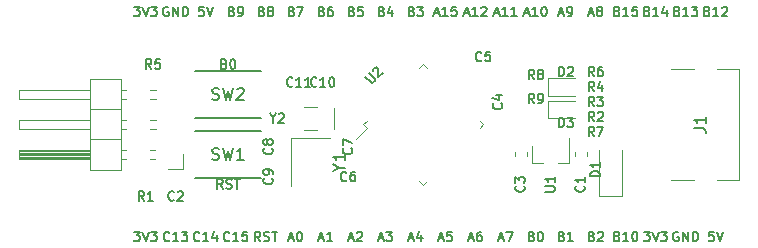
<source format=gbr>
G04 #@! TF.GenerationSoftware,KiCad,Pcbnew,5.1.9+dfsg1-1*
G04 #@! TF.CreationDate,2021-04-10T19:21:44+08:00*
G04 #@! TF.ProjectId,gp,67702e6b-6963-4616-945f-706362585858,c*
G04 #@! TF.SameCoordinates,Original*
G04 #@! TF.FileFunction,Legend,Top*
G04 #@! TF.FilePolarity,Positive*
%FSLAX46Y46*%
G04 Gerber Fmt 4.6, Leading zero omitted, Abs format (unit mm)*
G04 Created by KiCad (PCBNEW 5.1.9+dfsg1-1) date 2021-04-10 19:21:44*
%MOMM*%
%LPD*%
G01*
G04 APERTURE LIST*
%ADD10C,0.150000*%
%ADD11C,0.120000*%
G04 APERTURE END LIST*
D10*
X160216904Y-107041904D02*
X159950238Y-106660952D01*
X159759761Y-107041904D02*
X159759761Y-106241904D01*
X160064523Y-106241904D01*
X160140714Y-106280000D01*
X160178809Y-106318095D01*
X160216904Y-106394285D01*
X160216904Y-106508571D01*
X160178809Y-106584761D01*
X160140714Y-106622857D01*
X160064523Y-106660952D01*
X159759761Y-106660952D01*
X160521666Y-107003809D02*
X160635952Y-107041904D01*
X160826428Y-107041904D01*
X160902619Y-107003809D01*
X160940714Y-106965714D01*
X160978809Y-106889523D01*
X160978809Y-106813333D01*
X160940714Y-106737142D01*
X160902619Y-106699047D01*
X160826428Y-106660952D01*
X160674047Y-106622857D01*
X160597857Y-106584761D01*
X160559761Y-106546666D01*
X160521666Y-106470476D01*
X160521666Y-106394285D01*
X160559761Y-106318095D01*
X160597857Y-106280000D01*
X160674047Y-106241904D01*
X160864523Y-106241904D01*
X160978809Y-106280000D01*
X161207380Y-106241904D02*
X161664523Y-106241904D01*
X161435952Y-107041904D02*
X161435952Y-106241904D01*
X160331190Y-96462857D02*
X160445476Y-96500952D01*
X160483571Y-96539047D01*
X160521666Y-96615238D01*
X160521666Y-96729523D01*
X160483571Y-96805714D01*
X160445476Y-96843809D01*
X160369285Y-96881904D01*
X160064523Y-96881904D01*
X160064523Y-96081904D01*
X160331190Y-96081904D01*
X160407380Y-96120000D01*
X160445476Y-96158095D01*
X160483571Y-96234285D01*
X160483571Y-96310476D01*
X160445476Y-96386666D01*
X160407380Y-96424761D01*
X160331190Y-96462857D01*
X160064523Y-96462857D01*
X161016904Y-96081904D02*
X161093095Y-96081904D01*
X161169285Y-96120000D01*
X161207380Y-96158095D01*
X161245476Y-96234285D01*
X161283571Y-96386666D01*
X161283571Y-96577142D01*
X161245476Y-96729523D01*
X161207380Y-96805714D01*
X161169285Y-96843809D01*
X161093095Y-96881904D01*
X161016904Y-96881904D01*
X160940714Y-96843809D01*
X160902619Y-96805714D01*
X160864523Y-96729523D01*
X160826428Y-96577142D01*
X160826428Y-96386666D01*
X160864523Y-96234285D01*
X160902619Y-96158095D01*
X160940714Y-96120000D01*
X161016904Y-96081904D01*
X152679523Y-91636904D02*
X153174761Y-91636904D01*
X152908095Y-91941666D01*
X153022380Y-91941666D01*
X153098571Y-91979761D01*
X153136666Y-92017857D01*
X153174761Y-92094047D01*
X153174761Y-92284523D01*
X153136666Y-92360714D01*
X153098571Y-92398809D01*
X153022380Y-92436904D01*
X152793809Y-92436904D01*
X152717619Y-92398809D01*
X152679523Y-92360714D01*
X153403333Y-91636904D02*
X153670000Y-92436904D01*
X153936666Y-91636904D01*
X154127142Y-91636904D02*
X154622380Y-91636904D01*
X154355714Y-91941666D01*
X154470000Y-91941666D01*
X154546190Y-91979761D01*
X154584285Y-92017857D01*
X154622380Y-92094047D01*
X154622380Y-92284523D01*
X154584285Y-92360714D01*
X154546190Y-92398809D01*
X154470000Y-92436904D01*
X154241428Y-92436904D01*
X154165238Y-92398809D01*
X154127142Y-92360714D01*
X155600476Y-91675000D02*
X155524285Y-91636904D01*
X155410000Y-91636904D01*
X155295714Y-91675000D01*
X155219523Y-91751190D01*
X155181428Y-91827380D01*
X155143333Y-91979761D01*
X155143333Y-92094047D01*
X155181428Y-92246428D01*
X155219523Y-92322619D01*
X155295714Y-92398809D01*
X155410000Y-92436904D01*
X155486190Y-92436904D01*
X155600476Y-92398809D01*
X155638571Y-92360714D01*
X155638571Y-92094047D01*
X155486190Y-92094047D01*
X155981428Y-92436904D02*
X155981428Y-91636904D01*
X156438571Y-92436904D01*
X156438571Y-91636904D01*
X156819523Y-92436904D02*
X156819523Y-91636904D01*
X157010000Y-91636904D01*
X157124285Y-91675000D01*
X157200476Y-91751190D01*
X157238571Y-91827380D01*
X157276666Y-91979761D01*
X157276666Y-92094047D01*
X157238571Y-92246428D01*
X157200476Y-92322619D01*
X157124285Y-92398809D01*
X157010000Y-92436904D01*
X156819523Y-92436904D01*
X158597619Y-91636904D02*
X158216666Y-91636904D01*
X158178571Y-92017857D01*
X158216666Y-91979761D01*
X158292857Y-91941666D01*
X158483333Y-91941666D01*
X158559523Y-91979761D01*
X158597619Y-92017857D01*
X158635714Y-92094047D01*
X158635714Y-92284523D01*
X158597619Y-92360714D01*
X158559523Y-92398809D01*
X158483333Y-92436904D01*
X158292857Y-92436904D01*
X158216666Y-92398809D01*
X158178571Y-92360714D01*
X158864285Y-91636904D02*
X159130952Y-92436904D01*
X159397619Y-91636904D01*
X198780476Y-110725000D02*
X198704285Y-110686904D01*
X198590000Y-110686904D01*
X198475714Y-110725000D01*
X198399523Y-110801190D01*
X198361428Y-110877380D01*
X198323333Y-111029761D01*
X198323333Y-111144047D01*
X198361428Y-111296428D01*
X198399523Y-111372619D01*
X198475714Y-111448809D01*
X198590000Y-111486904D01*
X198666190Y-111486904D01*
X198780476Y-111448809D01*
X198818571Y-111410714D01*
X198818571Y-111144047D01*
X198666190Y-111144047D01*
X199161428Y-111486904D02*
X199161428Y-110686904D01*
X199618571Y-111486904D01*
X199618571Y-110686904D01*
X199999523Y-111486904D02*
X199999523Y-110686904D01*
X200190000Y-110686904D01*
X200304285Y-110725000D01*
X200380476Y-110801190D01*
X200418571Y-110877380D01*
X200456666Y-111029761D01*
X200456666Y-111144047D01*
X200418571Y-111296428D01*
X200380476Y-111372619D01*
X200304285Y-111448809D01*
X200190000Y-111486904D01*
X199999523Y-111486904D01*
X201777619Y-110686904D02*
X201396666Y-110686904D01*
X201358571Y-111067857D01*
X201396666Y-111029761D01*
X201472857Y-110991666D01*
X201663333Y-110991666D01*
X201739523Y-111029761D01*
X201777619Y-111067857D01*
X201815714Y-111144047D01*
X201815714Y-111334523D01*
X201777619Y-111410714D01*
X201739523Y-111448809D01*
X201663333Y-111486904D01*
X201472857Y-111486904D01*
X201396666Y-111448809D01*
X201358571Y-111410714D01*
X202044285Y-110686904D02*
X202310952Y-111486904D01*
X202577619Y-110686904D01*
X195859523Y-110686904D02*
X196354761Y-110686904D01*
X196088095Y-110991666D01*
X196202380Y-110991666D01*
X196278571Y-111029761D01*
X196316666Y-111067857D01*
X196354761Y-111144047D01*
X196354761Y-111334523D01*
X196316666Y-111410714D01*
X196278571Y-111448809D01*
X196202380Y-111486904D01*
X195973809Y-111486904D01*
X195897619Y-111448809D01*
X195859523Y-111410714D01*
X196583333Y-110686904D02*
X196850000Y-111486904D01*
X197116666Y-110686904D01*
X197307142Y-110686904D02*
X197802380Y-110686904D01*
X197535714Y-110991666D01*
X197650000Y-110991666D01*
X197726190Y-111029761D01*
X197764285Y-111067857D01*
X197802380Y-111144047D01*
X197802380Y-111334523D01*
X197764285Y-111410714D01*
X197726190Y-111448809D01*
X197650000Y-111486904D01*
X197421428Y-111486904D01*
X197345238Y-111448809D01*
X197307142Y-111410714D01*
X163391904Y-111486904D02*
X163125238Y-111105952D01*
X162934761Y-111486904D02*
X162934761Y-110686904D01*
X163239523Y-110686904D01*
X163315714Y-110725000D01*
X163353809Y-110763095D01*
X163391904Y-110839285D01*
X163391904Y-110953571D01*
X163353809Y-111029761D01*
X163315714Y-111067857D01*
X163239523Y-111105952D01*
X162934761Y-111105952D01*
X163696666Y-111448809D02*
X163810952Y-111486904D01*
X164001428Y-111486904D01*
X164077619Y-111448809D01*
X164115714Y-111410714D01*
X164153809Y-111334523D01*
X164153809Y-111258333D01*
X164115714Y-111182142D01*
X164077619Y-111144047D01*
X164001428Y-111105952D01*
X163849047Y-111067857D01*
X163772857Y-111029761D01*
X163734761Y-110991666D01*
X163696666Y-110915476D01*
X163696666Y-110839285D01*
X163734761Y-110763095D01*
X163772857Y-110725000D01*
X163849047Y-110686904D01*
X164039523Y-110686904D01*
X164153809Y-110725000D01*
X164382380Y-110686904D02*
X164839523Y-110686904D01*
X164610952Y-111486904D02*
X164610952Y-110686904D01*
X193605238Y-111067857D02*
X193719523Y-111105952D01*
X193757619Y-111144047D01*
X193795714Y-111220238D01*
X193795714Y-111334523D01*
X193757619Y-111410714D01*
X193719523Y-111448809D01*
X193643333Y-111486904D01*
X193338571Y-111486904D01*
X193338571Y-110686904D01*
X193605238Y-110686904D01*
X193681428Y-110725000D01*
X193719523Y-110763095D01*
X193757619Y-110839285D01*
X193757619Y-110915476D01*
X193719523Y-110991666D01*
X193681428Y-111029761D01*
X193605238Y-111067857D01*
X193338571Y-111067857D01*
X194557619Y-111486904D02*
X194100476Y-111486904D01*
X194329047Y-111486904D02*
X194329047Y-110686904D01*
X194252857Y-110801190D01*
X194176666Y-110877380D01*
X194100476Y-110915476D01*
X195052857Y-110686904D02*
X195129047Y-110686904D01*
X195205238Y-110725000D01*
X195243333Y-110763095D01*
X195281428Y-110839285D01*
X195319523Y-110991666D01*
X195319523Y-111182142D01*
X195281428Y-111334523D01*
X195243333Y-111410714D01*
X195205238Y-111448809D01*
X195129047Y-111486904D01*
X195052857Y-111486904D01*
X194976666Y-111448809D01*
X194938571Y-111410714D01*
X194900476Y-111334523D01*
X194862380Y-111182142D01*
X194862380Y-110991666D01*
X194900476Y-110839285D01*
X194938571Y-110763095D01*
X194976666Y-110725000D01*
X195052857Y-110686904D01*
X191446190Y-111067857D02*
X191560476Y-111105952D01*
X191598571Y-111144047D01*
X191636666Y-111220238D01*
X191636666Y-111334523D01*
X191598571Y-111410714D01*
X191560476Y-111448809D01*
X191484285Y-111486904D01*
X191179523Y-111486904D01*
X191179523Y-110686904D01*
X191446190Y-110686904D01*
X191522380Y-110725000D01*
X191560476Y-110763095D01*
X191598571Y-110839285D01*
X191598571Y-110915476D01*
X191560476Y-110991666D01*
X191522380Y-111029761D01*
X191446190Y-111067857D01*
X191179523Y-111067857D01*
X191941428Y-110763095D02*
X191979523Y-110725000D01*
X192055714Y-110686904D01*
X192246190Y-110686904D01*
X192322380Y-110725000D01*
X192360476Y-110763095D01*
X192398571Y-110839285D01*
X192398571Y-110915476D01*
X192360476Y-111029761D01*
X191903333Y-111486904D01*
X192398571Y-111486904D01*
X188906190Y-111067857D02*
X189020476Y-111105952D01*
X189058571Y-111144047D01*
X189096666Y-111220238D01*
X189096666Y-111334523D01*
X189058571Y-111410714D01*
X189020476Y-111448809D01*
X188944285Y-111486904D01*
X188639523Y-111486904D01*
X188639523Y-110686904D01*
X188906190Y-110686904D01*
X188982380Y-110725000D01*
X189020476Y-110763095D01*
X189058571Y-110839285D01*
X189058571Y-110915476D01*
X189020476Y-110991666D01*
X188982380Y-111029761D01*
X188906190Y-111067857D01*
X188639523Y-111067857D01*
X189858571Y-111486904D02*
X189401428Y-111486904D01*
X189630000Y-111486904D02*
X189630000Y-110686904D01*
X189553809Y-110801190D01*
X189477619Y-110877380D01*
X189401428Y-110915476D01*
X186366190Y-111067857D02*
X186480476Y-111105952D01*
X186518571Y-111144047D01*
X186556666Y-111220238D01*
X186556666Y-111334523D01*
X186518571Y-111410714D01*
X186480476Y-111448809D01*
X186404285Y-111486904D01*
X186099523Y-111486904D01*
X186099523Y-110686904D01*
X186366190Y-110686904D01*
X186442380Y-110725000D01*
X186480476Y-110763095D01*
X186518571Y-110839285D01*
X186518571Y-110915476D01*
X186480476Y-110991666D01*
X186442380Y-111029761D01*
X186366190Y-111067857D01*
X186099523Y-111067857D01*
X187051904Y-110686904D02*
X187128095Y-110686904D01*
X187204285Y-110725000D01*
X187242380Y-110763095D01*
X187280476Y-110839285D01*
X187318571Y-110991666D01*
X187318571Y-111182142D01*
X187280476Y-111334523D01*
X187242380Y-111410714D01*
X187204285Y-111448809D01*
X187128095Y-111486904D01*
X187051904Y-111486904D01*
X186975714Y-111448809D01*
X186937619Y-111410714D01*
X186899523Y-111334523D01*
X186861428Y-111182142D01*
X186861428Y-110991666D01*
X186899523Y-110839285D01*
X186937619Y-110763095D01*
X186975714Y-110725000D01*
X187051904Y-110686904D01*
X183578571Y-111258333D02*
X183959523Y-111258333D01*
X183502380Y-111486904D02*
X183769047Y-110686904D01*
X184035714Y-111486904D01*
X184226190Y-110686904D02*
X184759523Y-110686904D01*
X184416666Y-111486904D01*
X181038571Y-111258333D02*
X181419523Y-111258333D01*
X180962380Y-111486904D02*
X181229047Y-110686904D01*
X181495714Y-111486904D01*
X182105238Y-110686904D02*
X181952857Y-110686904D01*
X181876666Y-110725000D01*
X181838571Y-110763095D01*
X181762380Y-110877380D01*
X181724285Y-111029761D01*
X181724285Y-111334523D01*
X181762380Y-111410714D01*
X181800476Y-111448809D01*
X181876666Y-111486904D01*
X182029047Y-111486904D01*
X182105238Y-111448809D01*
X182143333Y-111410714D01*
X182181428Y-111334523D01*
X182181428Y-111144047D01*
X182143333Y-111067857D01*
X182105238Y-111029761D01*
X182029047Y-110991666D01*
X181876666Y-110991666D01*
X181800476Y-111029761D01*
X181762380Y-111067857D01*
X181724285Y-111144047D01*
X178498571Y-111258333D02*
X178879523Y-111258333D01*
X178422380Y-111486904D02*
X178689047Y-110686904D01*
X178955714Y-111486904D01*
X179603333Y-110686904D02*
X179222380Y-110686904D01*
X179184285Y-111067857D01*
X179222380Y-111029761D01*
X179298571Y-110991666D01*
X179489047Y-110991666D01*
X179565238Y-111029761D01*
X179603333Y-111067857D01*
X179641428Y-111144047D01*
X179641428Y-111334523D01*
X179603333Y-111410714D01*
X179565238Y-111448809D01*
X179489047Y-111486904D01*
X179298571Y-111486904D01*
X179222380Y-111448809D01*
X179184285Y-111410714D01*
X175958571Y-111258333D02*
X176339523Y-111258333D01*
X175882380Y-111486904D02*
X176149047Y-110686904D01*
X176415714Y-111486904D01*
X177025238Y-110953571D02*
X177025238Y-111486904D01*
X176834761Y-110648809D02*
X176644285Y-111220238D01*
X177139523Y-111220238D01*
X173418571Y-111258333D02*
X173799523Y-111258333D01*
X173342380Y-111486904D02*
X173609047Y-110686904D01*
X173875714Y-111486904D01*
X174066190Y-110686904D02*
X174561428Y-110686904D01*
X174294761Y-110991666D01*
X174409047Y-110991666D01*
X174485238Y-111029761D01*
X174523333Y-111067857D01*
X174561428Y-111144047D01*
X174561428Y-111334523D01*
X174523333Y-111410714D01*
X174485238Y-111448809D01*
X174409047Y-111486904D01*
X174180476Y-111486904D01*
X174104285Y-111448809D01*
X174066190Y-111410714D01*
X170878571Y-111258333D02*
X171259523Y-111258333D01*
X170802380Y-111486904D02*
X171069047Y-110686904D01*
X171335714Y-111486904D01*
X171564285Y-110763095D02*
X171602380Y-110725000D01*
X171678571Y-110686904D01*
X171869047Y-110686904D01*
X171945238Y-110725000D01*
X171983333Y-110763095D01*
X172021428Y-110839285D01*
X172021428Y-110915476D01*
X171983333Y-111029761D01*
X171526190Y-111486904D01*
X172021428Y-111486904D01*
X168338571Y-111258333D02*
X168719523Y-111258333D01*
X168262380Y-111486904D02*
X168529047Y-110686904D01*
X168795714Y-111486904D01*
X169481428Y-111486904D02*
X169024285Y-111486904D01*
X169252857Y-111486904D02*
X169252857Y-110686904D01*
X169176666Y-110801190D01*
X169100476Y-110877380D01*
X169024285Y-110915476D01*
X165798571Y-111258333D02*
X166179523Y-111258333D01*
X165722380Y-111486904D02*
X165989047Y-110686904D01*
X166255714Y-111486904D01*
X166674761Y-110686904D02*
X166750952Y-110686904D01*
X166827142Y-110725000D01*
X166865238Y-110763095D01*
X166903333Y-110839285D01*
X166941428Y-110991666D01*
X166941428Y-111182142D01*
X166903333Y-111334523D01*
X166865238Y-111410714D01*
X166827142Y-111448809D01*
X166750952Y-111486904D01*
X166674761Y-111486904D01*
X166598571Y-111448809D01*
X166560476Y-111410714D01*
X166522380Y-111334523D01*
X166484285Y-111182142D01*
X166484285Y-110991666D01*
X166522380Y-110839285D01*
X166560476Y-110763095D01*
X166598571Y-110725000D01*
X166674761Y-110686904D01*
X160775714Y-111410714D02*
X160737619Y-111448809D01*
X160623333Y-111486904D01*
X160547142Y-111486904D01*
X160432857Y-111448809D01*
X160356666Y-111372619D01*
X160318571Y-111296428D01*
X160280476Y-111144047D01*
X160280476Y-111029761D01*
X160318571Y-110877380D01*
X160356666Y-110801190D01*
X160432857Y-110725000D01*
X160547142Y-110686904D01*
X160623333Y-110686904D01*
X160737619Y-110725000D01*
X160775714Y-110763095D01*
X161537619Y-111486904D02*
X161080476Y-111486904D01*
X161309047Y-111486904D02*
X161309047Y-110686904D01*
X161232857Y-110801190D01*
X161156666Y-110877380D01*
X161080476Y-110915476D01*
X162261428Y-110686904D02*
X161880476Y-110686904D01*
X161842380Y-111067857D01*
X161880476Y-111029761D01*
X161956666Y-110991666D01*
X162147142Y-110991666D01*
X162223333Y-111029761D01*
X162261428Y-111067857D01*
X162299523Y-111144047D01*
X162299523Y-111334523D01*
X162261428Y-111410714D01*
X162223333Y-111448809D01*
X162147142Y-111486904D01*
X161956666Y-111486904D01*
X161880476Y-111448809D01*
X161842380Y-111410714D01*
X158235714Y-111410714D02*
X158197619Y-111448809D01*
X158083333Y-111486904D01*
X158007142Y-111486904D01*
X157892857Y-111448809D01*
X157816666Y-111372619D01*
X157778571Y-111296428D01*
X157740476Y-111144047D01*
X157740476Y-111029761D01*
X157778571Y-110877380D01*
X157816666Y-110801190D01*
X157892857Y-110725000D01*
X158007142Y-110686904D01*
X158083333Y-110686904D01*
X158197619Y-110725000D01*
X158235714Y-110763095D01*
X158997619Y-111486904D02*
X158540476Y-111486904D01*
X158769047Y-111486904D02*
X158769047Y-110686904D01*
X158692857Y-110801190D01*
X158616666Y-110877380D01*
X158540476Y-110915476D01*
X159683333Y-110953571D02*
X159683333Y-111486904D01*
X159492857Y-110648809D02*
X159302380Y-111220238D01*
X159797619Y-111220238D01*
X155695714Y-111410714D02*
X155657619Y-111448809D01*
X155543333Y-111486904D01*
X155467142Y-111486904D01*
X155352857Y-111448809D01*
X155276666Y-111372619D01*
X155238571Y-111296428D01*
X155200476Y-111144047D01*
X155200476Y-111029761D01*
X155238571Y-110877380D01*
X155276666Y-110801190D01*
X155352857Y-110725000D01*
X155467142Y-110686904D01*
X155543333Y-110686904D01*
X155657619Y-110725000D01*
X155695714Y-110763095D01*
X156457619Y-111486904D02*
X156000476Y-111486904D01*
X156229047Y-111486904D02*
X156229047Y-110686904D01*
X156152857Y-110801190D01*
X156076666Y-110877380D01*
X156000476Y-110915476D01*
X156724285Y-110686904D02*
X157219523Y-110686904D01*
X156952857Y-110991666D01*
X157067142Y-110991666D01*
X157143333Y-111029761D01*
X157181428Y-111067857D01*
X157219523Y-111144047D01*
X157219523Y-111334523D01*
X157181428Y-111410714D01*
X157143333Y-111448809D01*
X157067142Y-111486904D01*
X156838571Y-111486904D01*
X156762380Y-111448809D01*
X156724285Y-111410714D01*
X152679523Y-110686904D02*
X153174761Y-110686904D01*
X152908095Y-110991666D01*
X153022380Y-110991666D01*
X153098571Y-111029761D01*
X153136666Y-111067857D01*
X153174761Y-111144047D01*
X153174761Y-111334523D01*
X153136666Y-111410714D01*
X153098571Y-111448809D01*
X153022380Y-111486904D01*
X152793809Y-111486904D01*
X152717619Y-111448809D01*
X152679523Y-111410714D01*
X153403333Y-110686904D02*
X153670000Y-111486904D01*
X153936666Y-110686904D01*
X154127142Y-110686904D02*
X154622380Y-110686904D01*
X154355714Y-110991666D01*
X154470000Y-110991666D01*
X154546190Y-111029761D01*
X154584285Y-111067857D01*
X154622380Y-111144047D01*
X154622380Y-111334523D01*
X154584285Y-111410714D01*
X154546190Y-111448809D01*
X154470000Y-111486904D01*
X154241428Y-111486904D01*
X154165238Y-111448809D01*
X154127142Y-111410714D01*
X160966190Y-92017857D02*
X161080476Y-92055952D01*
X161118571Y-92094047D01*
X161156666Y-92170238D01*
X161156666Y-92284523D01*
X161118571Y-92360714D01*
X161080476Y-92398809D01*
X161004285Y-92436904D01*
X160699523Y-92436904D01*
X160699523Y-91636904D01*
X160966190Y-91636904D01*
X161042380Y-91675000D01*
X161080476Y-91713095D01*
X161118571Y-91789285D01*
X161118571Y-91865476D01*
X161080476Y-91941666D01*
X161042380Y-91979761D01*
X160966190Y-92017857D01*
X160699523Y-92017857D01*
X161537619Y-92436904D02*
X161690000Y-92436904D01*
X161766190Y-92398809D01*
X161804285Y-92360714D01*
X161880476Y-92246428D01*
X161918571Y-92094047D01*
X161918571Y-91789285D01*
X161880476Y-91713095D01*
X161842380Y-91675000D01*
X161766190Y-91636904D01*
X161613809Y-91636904D01*
X161537619Y-91675000D01*
X161499523Y-91713095D01*
X161461428Y-91789285D01*
X161461428Y-91979761D01*
X161499523Y-92055952D01*
X161537619Y-92094047D01*
X161613809Y-92132142D01*
X161766190Y-92132142D01*
X161842380Y-92094047D01*
X161880476Y-92055952D01*
X161918571Y-91979761D01*
X163506190Y-92017857D02*
X163620476Y-92055952D01*
X163658571Y-92094047D01*
X163696666Y-92170238D01*
X163696666Y-92284523D01*
X163658571Y-92360714D01*
X163620476Y-92398809D01*
X163544285Y-92436904D01*
X163239523Y-92436904D01*
X163239523Y-91636904D01*
X163506190Y-91636904D01*
X163582380Y-91675000D01*
X163620476Y-91713095D01*
X163658571Y-91789285D01*
X163658571Y-91865476D01*
X163620476Y-91941666D01*
X163582380Y-91979761D01*
X163506190Y-92017857D01*
X163239523Y-92017857D01*
X164153809Y-91979761D02*
X164077619Y-91941666D01*
X164039523Y-91903571D01*
X164001428Y-91827380D01*
X164001428Y-91789285D01*
X164039523Y-91713095D01*
X164077619Y-91675000D01*
X164153809Y-91636904D01*
X164306190Y-91636904D01*
X164382380Y-91675000D01*
X164420476Y-91713095D01*
X164458571Y-91789285D01*
X164458571Y-91827380D01*
X164420476Y-91903571D01*
X164382380Y-91941666D01*
X164306190Y-91979761D01*
X164153809Y-91979761D01*
X164077619Y-92017857D01*
X164039523Y-92055952D01*
X164001428Y-92132142D01*
X164001428Y-92284523D01*
X164039523Y-92360714D01*
X164077619Y-92398809D01*
X164153809Y-92436904D01*
X164306190Y-92436904D01*
X164382380Y-92398809D01*
X164420476Y-92360714D01*
X164458571Y-92284523D01*
X164458571Y-92132142D01*
X164420476Y-92055952D01*
X164382380Y-92017857D01*
X164306190Y-91979761D01*
X166046190Y-92017857D02*
X166160476Y-92055952D01*
X166198571Y-92094047D01*
X166236666Y-92170238D01*
X166236666Y-92284523D01*
X166198571Y-92360714D01*
X166160476Y-92398809D01*
X166084285Y-92436904D01*
X165779523Y-92436904D01*
X165779523Y-91636904D01*
X166046190Y-91636904D01*
X166122380Y-91675000D01*
X166160476Y-91713095D01*
X166198571Y-91789285D01*
X166198571Y-91865476D01*
X166160476Y-91941666D01*
X166122380Y-91979761D01*
X166046190Y-92017857D01*
X165779523Y-92017857D01*
X166503333Y-91636904D02*
X167036666Y-91636904D01*
X166693809Y-92436904D01*
X168586190Y-92017857D02*
X168700476Y-92055952D01*
X168738571Y-92094047D01*
X168776666Y-92170238D01*
X168776666Y-92284523D01*
X168738571Y-92360714D01*
X168700476Y-92398809D01*
X168624285Y-92436904D01*
X168319523Y-92436904D01*
X168319523Y-91636904D01*
X168586190Y-91636904D01*
X168662380Y-91675000D01*
X168700476Y-91713095D01*
X168738571Y-91789285D01*
X168738571Y-91865476D01*
X168700476Y-91941666D01*
X168662380Y-91979761D01*
X168586190Y-92017857D01*
X168319523Y-92017857D01*
X169462380Y-91636904D02*
X169310000Y-91636904D01*
X169233809Y-91675000D01*
X169195714Y-91713095D01*
X169119523Y-91827380D01*
X169081428Y-91979761D01*
X169081428Y-92284523D01*
X169119523Y-92360714D01*
X169157619Y-92398809D01*
X169233809Y-92436904D01*
X169386190Y-92436904D01*
X169462380Y-92398809D01*
X169500476Y-92360714D01*
X169538571Y-92284523D01*
X169538571Y-92094047D01*
X169500476Y-92017857D01*
X169462380Y-91979761D01*
X169386190Y-91941666D01*
X169233809Y-91941666D01*
X169157619Y-91979761D01*
X169119523Y-92017857D01*
X169081428Y-92094047D01*
X171126190Y-92017857D02*
X171240476Y-92055952D01*
X171278571Y-92094047D01*
X171316666Y-92170238D01*
X171316666Y-92284523D01*
X171278571Y-92360714D01*
X171240476Y-92398809D01*
X171164285Y-92436904D01*
X170859523Y-92436904D01*
X170859523Y-91636904D01*
X171126190Y-91636904D01*
X171202380Y-91675000D01*
X171240476Y-91713095D01*
X171278571Y-91789285D01*
X171278571Y-91865476D01*
X171240476Y-91941666D01*
X171202380Y-91979761D01*
X171126190Y-92017857D01*
X170859523Y-92017857D01*
X172040476Y-91636904D02*
X171659523Y-91636904D01*
X171621428Y-92017857D01*
X171659523Y-91979761D01*
X171735714Y-91941666D01*
X171926190Y-91941666D01*
X172002380Y-91979761D01*
X172040476Y-92017857D01*
X172078571Y-92094047D01*
X172078571Y-92284523D01*
X172040476Y-92360714D01*
X172002380Y-92398809D01*
X171926190Y-92436904D01*
X171735714Y-92436904D01*
X171659523Y-92398809D01*
X171621428Y-92360714D01*
X173666190Y-92017857D02*
X173780476Y-92055952D01*
X173818571Y-92094047D01*
X173856666Y-92170238D01*
X173856666Y-92284523D01*
X173818571Y-92360714D01*
X173780476Y-92398809D01*
X173704285Y-92436904D01*
X173399523Y-92436904D01*
X173399523Y-91636904D01*
X173666190Y-91636904D01*
X173742380Y-91675000D01*
X173780476Y-91713095D01*
X173818571Y-91789285D01*
X173818571Y-91865476D01*
X173780476Y-91941666D01*
X173742380Y-91979761D01*
X173666190Y-92017857D01*
X173399523Y-92017857D01*
X174542380Y-91903571D02*
X174542380Y-92436904D01*
X174351904Y-91598809D02*
X174161428Y-92170238D01*
X174656666Y-92170238D01*
X176206190Y-92017857D02*
X176320476Y-92055952D01*
X176358571Y-92094047D01*
X176396666Y-92170238D01*
X176396666Y-92284523D01*
X176358571Y-92360714D01*
X176320476Y-92398809D01*
X176244285Y-92436904D01*
X175939523Y-92436904D01*
X175939523Y-91636904D01*
X176206190Y-91636904D01*
X176282380Y-91675000D01*
X176320476Y-91713095D01*
X176358571Y-91789285D01*
X176358571Y-91865476D01*
X176320476Y-91941666D01*
X176282380Y-91979761D01*
X176206190Y-92017857D01*
X175939523Y-92017857D01*
X176663333Y-91636904D02*
X177158571Y-91636904D01*
X176891904Y-91941666D01*
X177006190Y-91941666D01*
X177082380Y-91979761D01*
X177120476Y-92017857D01*
X177158571Y-92094047D01*
X177158571Y-92284523D01*
X177120476Y-92360714D01*
X177082380Y-92398809D01*
X177006190Y-92436904D01*
X176777619Y-92436904D01*
X176701428Y-92398809D01*
X176663333Y-92360714D01*
X178117619Y-92208333D02*
X178498571Y-92208333D01*
X178041428Y-92436904D02*
X178308095Y-91636904D01*
X178574761Y-92436904D01*
X179260476Y-92436904D02*
X178803333Y-92436904D01*
X179031904Y-92436904D02*
X179031904Y-91636904D01*
X178955714Y-91751190D01*
X178879523Y-91827380D01*
X178803333Y-91865476D01*
X179984285Y-91636904D02*
X179603333Y-91636904D01*
X179565238Y-92017857D01*
X179603333Y-91979761D01*
X179679523Y-91941666D01*
X179870000Y-91941666D01*
X179946190Y-91979761D01*
X179984285Y-92017857D01*
X180022380Y-92094047D01*
X180022380Y-92284523D01*
X179984285Y-92360714D01*
X179946190Y-92398809D01*
X179870000Y-92436904D01*
X179679523Y-92436904D01*
X179603333Y-92398809D01*
X179565238Y-92360714D01*
X180657619Y-92208333D02*
X181038571Y-92208333D01*
X180581428Y-92436904D02*
X180848095Y-91636904D01*
X181114761Y-92436904D01*
X181800476Y-92436904D02*
X181343333Y-92436904D01*
X181571904Y-92436904D02*
X181571904Y-91636904D01*
X181495714Y-91751190D01*
X181419523Y-91827380D01*
X181343333Y-91865476D01*
X182105238Y-91713095D02*
X182143333Y-91675000D01*
X182219523Y-91636904D01*
X182410000Y-91636904D01*
X182486190Y-91675000D01*
X182524285Y-91713095D01*
X182562380Y-91789285D01*
X182562380Y-91865476D01*
X182524285Y-91979761D01*
X182067142Y-92436904D01*
X182562380Y-92436904D01*
X183197619Y-92208333D02*
X183578571Y-92208333D01*
X183121428Y-92436904D02*
X183388095Y-91636904D01*
X183654761Y-92436904D01*
X184340476Y-92436904D02*
X183883333Y-92436904D01*
X184111904Y-92436904D02*
X184111904Y-91636904D01*
X184035714Y-91751190D01*
X183959523Y-91827380D01*
X183883333Y-91865476D01*
X185102380Y-92436904D02*
X184645238Y-92436904D01*
X184873809Y-92436904D02*
X184873809Y-91636904D01*
X184797619Y-91751190D01*
X184721428Y-91827380D01*
X184645238Y-91865476D01*
X185737619Y-92208333D02*
X186118571Y-92208333D01*
X185661428Y-92436904D02*
X185928095Y-91636904D01*
X186194761Y-92436904D01*
X186880476Y-92436904D02*
X186423333Y-92436904D01*
X186651904Y-92436904D02*
X186651904Y-91636904D01*
X186575714Y-91751190D01*
X186499523Y-91827380D01*
X186423333Y-91865476D01*
X187375714Y-91636904D02*
X187451904Y-91636904D01*
X187528095Y-91675000D01*
X187566190Y-91713095D01*
X187604285Y-91789285D01*
X187642380Y-91941666D01*
X187642380Y-92132142D01*
X187604285Y-92284523D01*
X187566190Y-92360714D01*
X187528095Y-92398809D01*
X187451904Y-92436904D01*
X187375714Y-92436904D01*
X187299523Y-92398809D01*
X187261428Y-92360714D01*
X187223333Y-92284523D01*
X187185238Y-92132142D01*
X187185238Y-91941666D01*
X187223333Y-91789285D01*
X187261428Y-91713095D01*
X187299523Y-91675000D01*
X187375714Y-91636904D01*
X188658571Y-92208333D02*
X189039523Y-92208333D01*
X188582380Y-92436904D02*
X188849047Y-91636904D01*
X189115714Y-92436904D01*
X189420476Y-92436904D02*
X189572857Y-92436904D01*
X189649047Y-92398809D01*
X189687142Y-92360714D01*
X189763333Y-92246428D01*
X189801428Y-92094047D01*
X189801428Y-91789285D01*
X189763333Y-91713095D01*
X189725238Y-91675000D01*
X189649047Y-91636904D01*
X189496666Y-91636904D01*
X189420476Y-91675000D01*
X189382380Y-91713095D01*
X189344285Y-91789285D01*
X189344285Y-91979761D01*
X189382380Y-92055952D01*
X189420476Y-92094047D01*
X189496666Y-92132142D01*
X189649047Y-92132142D01*
X189725238Y-92094047D01*
X189763333Y-92055952D01*
X189801428Y-91979761D01*
X201225238Y-92017857D02*
X201339523Y-92055952D01*
X201377619Y-92094047D01*
X201415714Y-92170238D01*
X201415714Y-92284523D01*
X201377619Y-92360714D01*
X201339523Y-92398809D01*
X201263333Y-92436904D01*
X200958571Y-92436904D01*
X200958571Y-91636904D01*
X201225238Y-91636904D01*
X201301428Y-91675000D01*
X201339523Y-91713095D01*
X201377619Y-91789285D01*
X201377619Y-91865476D01*
X201339523Y-91941666D01*
X201301428Y-91979761D01*
X201225238Y-92017857D01*
X200958571Y-92017857D01*
X202177619Y-92436904D02*
X201720476Y-92436904D01*
X201949047Y-92436904D02*
X201949047Y-91636904D01*
X201872857Y-91751190D01*
X201796666Y-91827380D01*
X201720476Y-91865476D01*
X202482380Y-91713095D02*
X202520476Y-91675000D01*
X202596666Y-91636904D01*
X202787142Y-91636904D01*
X202863333Y-91675000D01*
X202901428Y-91713095D01*
X202939523Y-91789285D01*
X202939523Y-91865476D01*
X202901428Y-91979761D01*
X202444285Y-92436904D01*
X202939523Y-92436904D01*
X198685238Y-92017857D02*
X198799523Y-92055952D01*
X198837619Y-92094047D01*
X198875714Y-92170238D01*
X198875714Y-92284523D01*
X198837619Y-92360714D01*
X198799523Y-92398809D01*
X198723333Y-92436904D01*
X198418571Y-92436904D01*
X198418571Y-91636904D01*
X198685238Y-91636904D01*
X198761428Y-91675000D01*
X198799523Y-91713095D01*
X198837619Y-91789285D01*
X198837619Y-91865476D01*
X198799523Y-91941666D01*
X198761428Y-91979761D01*
X198685238Y-92017857D01*
X198418571Y-92017857D01*
X199637619Y-92436904D02*
X199180476Y-92436904D01*
X199409047Y-92436904D02*
X199409047Y-91636904D01*
X199332857Y-91751190D01*
X199256666Y-91827380D01*
X199180476Y-91865476D01*
X199904285Y-91636904D02*
X200399523Y-91636904D01*
X200132857Y-91941666D01*
X200247142Y-91941666D01*
X200323333Y-91979761D01*
X200361428Y-92017857D01*
X200399523Y-92094047D01*
X200399523Y-92284523D01*
X200361428Y-92360714D01*
X200323333Y-92398809D01*
X200247142Y-92436904D01*
X200018571Y-92436904D01*
X199942380Y-92398809D01*
X199904285Y-92360714D01*
X196145238Y-92017857D02*
X196259523Y-92055952D01*
X196297619Y-92094047D01*
X196335714Y-92170238D01*
X196335714Y-92284523D01*
X196297619Y-92360714D01*
X196259523Y-92398809D01*
X196183333Y-92436904D01*
X195878571Y-92436904D01*
X195878571Y-91636904D01*
X196145238Y-91636904D01*
X196221428Y-91675000D01*
X196259523Y-91713095D01*
X196297619Y-91789285D01*
X196297619Y-91865476D01*
X196259523Y-91941666D01*
X196221428Y-91979761D01*
X196145238Y-92017857D01*
X195878571Y-92017857D01*
X197097619Y-92436904D02*
X196640476Y-92436904D01*
X196869047Y-92436904D02*
X196869047Y-91636904D01*
X196792857Y-91751190D01*
X196716666Y-91827380D01*
X196640476Y-91865476D01*
X197783333Y-91903571D02*
X197783333Y-92436904D01*
X197592857Y-91598809D02*
X197402380Y-92170238D01*
X197897619Y-92170238D01*
X193605238Y-92017857D02*
X193719523Y-92055952D01*
X193757619Y-92094047D01*
X193795714Y-92170238D01*
X193795714Y-92284523D01*
X193757619Y-92360714D01*
X193719523Y-92398809D01*
X193643333Y-92436904D01*
X193338571Y-92436904D01*
X193338571Y-91636904D01*
X193605238Y-91636904D01*
X193681428Y-91675000D01*
X193719523Y-91713095D01*
X193757619Y-91789285D01*
X193757619Y-91865476D01*
X193719523Y-91941666D01*
X193681428Y-91979761D01*
X193605238Y-92017857D01*
X193338571Y-92017857D01*
X194557619Y-92436904D02*
X194100476Y-92436904D01*
X194329047Y-92436904D02*
X194329047Y-91636904D01*
X194252857Y-91751190D01*
X194176666Y-91827380D01*
X194100476Y-91865476D01*
X195281428Y-91636904D02*
X194900476Y-91636904D01*
X194862380Y-92017857D01*
X194900476Y-91979761D01*
X194976666Y-91941666D01*
X195167142Y-91941666D01*
X195243333Y-91979761D01*
X195281428Y-92017857D01*
X195319523Y-92094047D01*
X195319523Y-92284523D01*
X195281428Y-92360714D01*
X195243333Y-92398809D01*
X195167142Y-92436904D01*
X194976666Y-92436904D01*
X194900476Y-92398809D01*
X194862380Y-92360714D01*
X191198571Y-92208333D02*
X191579523Y-92208333D01*
X191122380Y-92436904D02*
X191389047Y-91636904D01*
X191655714Y-92436904D01*
X192036666Y-91979761D02*
X191960476Y-91941666D01*
X191922380Y-91903571D01*
X191884285Y-91827380D01*
X191884285Y-91789285D01*
X191922380Y-91713095D01*
X191960476Y-91675000D01*
X192036666Y-91636904D01*
X192189047Y-91636904D01*
X192265238Y-91675000D01*
X192303333Y-91713095D01*
X192341428Y-91789285D01*
X192341428Y-91827380D01*
X192303333Y-91903571D01*
X192265238Y-91941666D01*
X192189047Y-91979761D01*
X192036666Y-91979761D01*
X191960476Y-92017857D01*
X191922380Y-92055952D01*
X191884285Y-92132142D01*
X191884285Y-92284523D01*
X191922380Y-92360714D01*
X191960476Y-92398809D01*
X192036666Y-92436904D01*
X192189047Y-92436904D01*
X192265238Y-92398809D01*
X192303333Y-92360714D01*
X192341428Y-92284523D01*
X192341428Y-92132142D01*
X192303333Y-92055952D01*
X192265238Y-92017857D01*
X192189047Y-91979761D01*
G04 #@! TO.C,SW2*
X163455000Y-101060000D02*
X157855000Y-101060000D01*
X157855000Y-97060000D02*
X163455000Y-97060000D01*
G04 #@! TO.C,SW1*
X163455000Y-106140000D02*
X157855000Y-106140000D01*
X157855000Y-102140000D02*
X163455000Y-102140000D01*
D11*
G04 #@! TO.C,J1*
X202025000Y-106300000D02*
X203925000Y-106300000D01*
X198125000Y-106300000D02*
X200125000Y-106300000D01*
X202025000Y-96900000D02*
X203925000Y-96900000D01*
X198125000Y-96900000D02*
X200125000Y-96900000D01*
X203925000Y-106300000D02*
X203925000Y-96900000D01*
G04 #@! TO.C,Y1*
X165990000Y-102775000D02*
X165990000Y-106775000D01*
X169290000Y-102775000D02*
X165990000Y-102775000D01*
G04 #@! TO.C,J2*
X156845000Y-105410000D02*
X155575000Y-105410000D01*
X156845000Y-104140000D02*
X156845000Y-105410000D01*
X154532071Y-98680000D02*
X154077929Y-98680000D01*
X154532071Y-99440000D02*
X154077929Y-99440000D01*
X151992071Y-98680000D02*
X151595000Y-98680000D01*
X151992071Y-99440000D02*
X151595000Y-99440000D01*
X142935000Y-98680000D02*
X148935000Y-98680000D01*
X142935000Y-99440000D02*
X142935000Y-98680000D01*
X148935000Y-99440000D02*
X142935000Y-99440000D01*
X151595000Y-100330000D02*
X148935000Y-100330000D01*
X154532071Y-101220000D02*
X154077929Y-101220000D01*
X154532071Y-101980000D02*
X154077929Y-101980000D01*
X151992071Y-101220000D02*
X151595000Y-101220000D01*
X151992071Y-101980000D02*
X151595000Y-101980000D01*
X142935000Y-101220000D02*
X148935000Y-101220000D01*
X142935000Y-101980000D02*
X142935000Y-101220000D01*
X148935000Y-101980000D02*
X142935000Y-101980000D01*
X151595000Y-102870000D02*
X148935000Y-102870000D01*
X154465000Y-103760000D02*
X154077929Y-103760000D01*
X154465000Y-104520000D02*
X154077929Y-104520000D01*
X151992071Y-103760000D02*
X151595000Y-103760000D01*
X151992071Y-104520000D02*
X151595000Y-104520000D01*
X148935000Y-103860000D02*
X142935000Y-103860000D01*
X148935000Y-103980000D02*
X142935000Y-103980000D01*
X148935000Y-104100000D02*
X142935000Y-104100000D01*
X148935000Y-104220000D02*
X142935000Y-104220000D01*
X148935000Y-104340000D02*
X142935000Y-104340000D01*
X148935000Y-104460000D02*
X142935000Y-104460000D01*
X142935000Y-103760000D02*
X148935000Y-103760000D01*
X142935000Y-104520000D02*
X142935000Y-103760000D01*
X148935000Y-104520000D02*
X142935000Y-104520000D01*
X148935000Y-105470000D02*
X151595000Y-105470000D01*
X148935000Y-97730000D02*
X148935000Y-105470000D01*
X151595000Y-97730000D02*
X148935000Y-97730000D01*
X151595000Y-105470000D02*
X151595000Y-97730000D01*
G04 #@! TO.C,U2*
X172377887Y-101918198D02*
X171465719Y-102830366D01*
X172059689Y-101600000D02*
X172377887Y-101918198D01*
X172377887Y-101281802D02*
X172059689Y-101600000D01*
X177165000Y-96494689D02*
X177483198Y-96812887D01*
X176846802Y-96812887D02*
X177165000Y-96494689D01*
X177165000Y-106705311D02*
X176846802Y-106387113D01*
X177483198Y-106387113D02*
X177165000Y-106705311D01*
X182270311Y-101600000D02*
X181952113Y-101281802D01*
X181952113Y-101918198D02*
X182270311Y-101600000D01*
G04 #@! TO.C,C3*
X185930000Y-103977221D02*
X185930000Y-104302779D01*
X184910000Y-103977221D02*
X184910000Y-104302779D01*
G04 #@! TO.C,C1*
X189990000Y-104302779D02*
X189990000Y-103977221D01*
X191010000Y-104302779D02*
X191010000Y-103977221D01*
G04 #@! TO.C,U1*
X186380000Y-104900000D02*
X186380000Y-103440000D01*
X189540000Y-104900000D02*
X189540000Y-102740000D01*
X189540000Y-104900000D02*
X188610000Y-104900000D01*
X186380000Y-104900000D02*
X187310000Y-104900000D01*
G04 #@! TO.C,Y2*
X168190000Y-102042000D02*
X167090000Y-102042000D01*
X168190000Y-100142000D02*
X167090000Y-100142000D01*
X169590000Y-101992000D02*
X169590000Y-100192000D01*
G04 #@! TO.C,D3*
X190030000Y-99595000D02*
X187745000Y-99595000D01*
X187745000Y-99595000D02*
X187745000Y-101065000D01*
X187745000Y-101065000D02*
X190030000Y-101065000D01*
G04 #@! TO.C,D2*
X190030000Y-97690000D02*
X187745000Y-97690000D01*
X187745000Y-97690000D02*
X187745000Y-99160000D01*
X187745000Y-99160000D02*
X190030000Y-99160000D01*
G04 #@! TO.C,D1*
X192040000Y-107660000D02*
X192040000Y-103760000D01*
X194040000Y-107660000D02*
X194040000Y-103760000D01*
X192040000Y-107660000D02*
X194040000Y-107660000D01*
G04 #@! TO.C,SW2*
D10*
X159321666Y-99464761D02*
X159464523Y-99512380D01*
X159702619Y-99512380D01*
X159797857Y-99464761D01*
X159845476Y-99417142D01*
X159893095Y-99321904D01*
X159893095Y-99226666D01*
X159845476Y-99131428D01*
X159797857Y-99083809D01*
X159702619Y-99036190D01*
X159512142Y-98988571D01*
X159416904Y-98940952D01*
X159369285Y-98893333D01*
X159321666Y-98798095D01*
X159321666Y-98702857D01*
X159369285Y-98607619D01*
X159416904Y-98560000D01*
X159512142Y-98512380D01*
X159750238Y-98512380D01*
X159893095Y-98560000D01*
X160226428Y-98512380D02*
X160464523Y-99512380D01*
X160655000Y-98798095D01*
X160845476Y-99512380D01*
X161083571Y-98512380D01*
X161416904Y-98607619D02*
X161464523Y-98560000D01*
X161559761Y-98512380D01*
X161797857Y-98512380D01*
X161893095Y-98560000D01*
X161940714Y-98607619D01*
X161988333Y-98702857D01*
X161988333Y-98798095D01*
X161940714Y-98940952D01*
X161369285Y-99512380D01*
X161988333Y-99512380D01*
G04 #@! TO.C,SW1*
X159321666Y-104544761D02*
X159464523Y-104592380D01*
X159702619Y-104592380D01*
X159797857Y-104544761D01*
X159845476Y-104497142D01*
X159893095Y-104401904D01*
X159893095Y-104306666D01*
X159845476Y-104211428D01*
X159797857Y-104163809D01*
X159702619Y-104116190D01*
X159512142Y-104068571D01*
X159416904Y-104020952D01*
X159369285Y-103973333D01*
X159321666Y-103878095D01*
X159321666Y-103782857D01*
X159369285Y-103687619D01*
X159416904Y-103640000D01*
X159512142Y-103592380D01*
X159750238Y-103592380D01*
X159893095Y-103640000D01*
X160226428Y-103592380D02*
X160464523Y-104592380D01*
X160655000Y-103878095D01*
X160845476Y-104592380D01*
X161083571Y-103592380D01*
X161988333Y-104592380D02*
X161416904Y-104592380D01*
X161702619Y-104592380D02*
X161702619Y-103592380D01*
X161607380Y-103735238D01*
X161512142Y-103830476D01*
X161416904Y-103878095D01*
G04 #@! TO.C,J1*
X200112380Y-101933333D02*
X200826666Y-101933333D01*
X200969523Y-101980952D01*
X201064761Y-102076190D01*
X201112380Y-102219047D01*
X201112380Y-102314285D01*
X201112380Y-100933333D02*
X201112380Y-101504761D01*
X201112380Y-101219047D02*
X200112380Y-101219047D01*
X200255238Y-101314285D01*
X200350476Y-101409523D01*
X200398095Y-101504761D01*
G04 #@! TO.C,Y1*
X170066190Y-105251190D02*
X170542380Y-105251190D01*
X169542380Y-105584523D02*
X170066190Y-105251190D01*
X169542380Y-104917857D01*
X170542380Y-104060714D02*
X170542380Y-104632142D01*
X170542380Y-104346428D02*
X169542380Y-104346428D01*
X169685238Y-104441666D01*
X169780476Y-104536904D01*
X169828095Y-104632142D01*
G04 #@! TO.C,U2*
X172287646Y-97584643D02*
X172745582Y-98042579D01*
X172826394Y-98069516D01*
X172880269Y-98069516D01*
X172961081Y-98042579D01*
X173068831Y-97934829D01*
X173095768Y-97854017D01*
X173095768Y-97800142D01*
X173068831Y-97719330D01*
X172610895Y-97261394D01*
X172907206Y-97072832D02*
X172907206Y-97018957D01*
X172934144Y-96938145D01*
X173068831Y-96803458D01*
X173149643Y-96776521D01*
X173203518Y-96776521D01*
X173284330Y-96803458D01*
X173338205Y-96857333D01*
X173392079Y-96965083D01*
X173392079Y-97611580D01*
X173742266Y-97261394D01*
G04 #@! TO.C,C3*
X185705714Y-106813333D02*
X185743809Y-106851428D01*
X185781904Y-106965714D01*
X185781904Y-107041904D01*
X185743809Y-107156190D01*
X185667619Y-107232380D01*
X185591428Y-107270476D01*
X185439047Y-107308571D01*
X185324761Y-107308571D01*
X185172380Y-107270476D01*
X185096190Y-107232380D01*
X185020000Y-107156190D01*
X184981904Y-107041904D01*
X184981904Y-106965714D01*
X185020000Y-106851428D01*
X185058095Y-106813333D01*
X184981904Y-106546666D02*
X184981904Y-106051428D01*
X185286666Y-106318095D01*
X185286666Y-106203809D01*
X185324761Y-106127619D01*
X185362857Y-106089523D01*
X185439047Y-106051428D01*
X185629523Y-106051428D01*
X185705714Y-106089523D01*
X185743809Y-106127619D01*
X185781904Y-106203809D01*
X185781904Y-106432380D01*
X185743809Y-106508571D01*
X185705714Y-106546666D01*
G04 #@! TO.C,C1*
X190785714Y-106813333D02*
X190823809Y-106851428D01*
X190861904Y-106965714D01*
X190861904Y-107041904D01*
X190823809Y-107156190D01*
X190747619Y-107232380D01*
X190671428Y-107270476D01*
X190519047Y-107308571D01*
X190404761Y-107308571D01*
X190252380Y-107270476D01*
X190176190Y-107232380D01*
X190100000Y-107156190D01*
X190061904Y-107041904D01*
X190061904Y-106965714D01*
X190100000Y-106851428D01*
X190138095Y-106813333D01*
X190861904Y-106051428D02*
X190861904Y-106508571D01*
X190861904Y-106280000D02*
X190061904Y-106280000D01*
X190176190Y-106356190D01*
X190252380Y-106432380D01*
X190290476Y-106508571D01*
G04 #@! TO.C,R5*
X154171666Y-96881904D02*
X153905000Y-96500952D01*
X153714523Y-96881904D02*
X153714523Y-96081904D01*
X154019285Y-96081904D01*
X154095476Y-96120000D01*
X154133571Y-96158095D01*
X154171666Y-96234285D01*
X154171666Y-96348571D01*
X154133571Y-96424761D01*
X154095476Y-96462857D01*
X154019285Y-96500952D01*
X153714523Y-96500952D01*
X154895476Y-96081904D02*
X154514523Y-96081904D01*
X154476428Y-96462857D01*
X154514523Y-96424761D01*
X154590714Y-96386666D01*
X154781190Y-96386666D01*
X154857380Y-96424761D01*
X154895476Y-96462857D01*
X154933571Y-96539047D01*
X154933571Y-96729523D01*
X154895476Y-96805714D01*
X154857380Y-96843809D01*
X154781190Y-96881904D01*
X154590714Y-96881904D01*
X154514523Y-96843809D01*
X154476428Y-96805714D01*
G04 #@! TO.C,R8*
X186556666Y-97770904D02*
X186290000Y-97389952D01*
X186099523Y-97770904D02*
X186099523Y-96970904D01*
X186404285Y-96970904D01*
X186480476Y-97009000D01*
X186518571Y-97047095D01*
X186556666Y-97123285D01*
X186556666Y-97237571D01*
X186518571Y-97313761D01*
X186480476Y-97351857D01*
X186404285Y-97389952D01*
X186099523Y-97389952D01*
X187013809Y-97313761D02*
X186937619Y-97275666D01*
X186899523Y-97237571D01*
X186861428Y-97161380D01*
X186861428Y-97123285D01*
X186899523Y-97047095D01*
X186937619Y-97009000D01*
X187013809Y-96970904D01*
X187166190Y-96970904D01*
X187242380Y-97009000D01*
X187280476Y-97047095D01*
X187318571Y-97123285D01*
X187318571Y-97161380D01*
X187280476Y-97237571D01*
X187242380Y-97275666D01*
X187166190Y-97313761D01*
X187013809Y-97313761D01*
X186937619Y-97351857D01*
X186899523Y-97389952D01*
X186861428Y-97466142D01*
X186861428Y-97618523D01*
X186899523Y-97694714D01*
X186937619Y-97732809D01*
X187013809Y-97770904D01*
X187166190Y-97770904D01*
X187242380Y-97732809D01*
X187280476Y-97694714D01*
X187318571Y-97618523D01*
X187318571Y-97466142D01*
X187280476Y-97389952D01*
X187242380Y-97351857D01*
X187166190Y-97313761D01*
G04 #@! TO.C,R4*
X191636666Y-98786904D02*
X191370000Y-98405952D01*
X191179523Y-98786904D02*
X191179523Y-97986904D01*
X191484285Y-97986904D01*
X191560476Y-98025000D01*
X191598571Y-98063095D01*
X191636666Y-98139285D01*
X191636666Y-98253571D01*
X191598571Y-98329761D01*
X191560476Y-98367857D01*
X191484285Y-98405952D01*
X191179523Y-98405952D01*
X192322380Y-98253571D02*
X192322380Y-98786904D01*
X192131904Y-97948809D02*
X191941428Y-98520238D01*
X192436666Y-98520238D01*
G04 #@! TO.C,R3*
X191636666Y-100056904D02*
X191370000Y-99675952D01*
X191179523Y-100056904D02*
X191179523Y-99256904D01*
X191484285Y-99256904D01*
X191560476Y-99295000D01*
X191598571Y-99333095D01*
X191636666Y-99409285D01*
X191636666Y-99523571D01*
X191598571Y-99599761D01*
X191560476Y-99637857D01*
X191484285Y-99675952D01*
X191179523Y-99675952D01*
X191903333Y-99256904D02*
X192398571Y-99256904D01*
X192131904Y-99561666D01*
X192246190Y-99561666D01*
X192322380Y-99599761D01*
X192360476Y-99637857D01*
X192398571Y-99714047D01*
X192398571Y-99904523D01*
X192360476Y-99980714D01*
X192322380Y-100018809D01*
X192246190Y-100056904D01*
X192017619Y-100056904D01*
X191941428Y-100018809D01*
X191903333Y-99980714D01*
G04 #@! TO.C,R2*
X191636666Y-101326904D02*
X191370000Y-100945952D01*
X191179523Y-101326904D02*
X191179523Y-100526904D01*
X191484285Y-100526904D01*
X191560476Y-100565000D01*
X191598571Y-100603095D01*
X191636666Y-100679285D01*
X191636666Y-100793571D01*
X191598571Y-100869761D01*
X191560476Y-100907857D01*
X191484285Y-100945952D01*
X191179523Y-100945952D01*
X191941428Y-100603095D02*
X191979523Y-100565000D01*
X192055714Y-100526904D01*
X192246190Y-100526904D01*
X192322380Y-100565000D01*
X192360476Y-100603095D01*
X192398571Y-100679285D01*
X192398571Y-100755476D01*
X192360476Y-100869761D01*
X191903333Y-101326904D01*
X192398571Y-101326904D01*
G04 #@! TO.C,U1*
X187521904Y-107289523D02*
X188169523Y-107289523D01*
X188245714Y-107251428D01*
X188283809Y-107213333D01*
X188321904Y-107137142D01*
X188321904Y-106984761D01*
X188283809Y-106908571D01*
X188245714Y-106870476D01*
X188169523Y-106832380D01*
X187521904Y-106832380D01*
X188321904Y-106032380D02*
X188321904Y-106489523D01*
X188321904Y-106260952D02*
X187521904Y-106260952D01*
X187636190Y-106337142D01*
X187712380Y-106413333D01*
X187750476Y-106489523D01*
G04 #@! TO.C,R7*
X191636666Y-102596904D02*
X191370000Y-102215952D01*
X191179523Y-102596904D02*
X191179523Y-101796904D01*
X191484285Y-101796904D01*
X191560476Y-101835000D01*
X191598571Y-101873095D01*
X191636666Y-101949285D01*
X191636666Y-102063571D01*
X191598571Y-102139761D01*
X191560476Y-102177857D01*
X191484285Y-102215952D01*
X191179523Y-102215952D01*
X191903333Y-101796904D02*
X192436666Y-101796904D01*
X192093809Y-102596904D01*
G04 #@! TO.C,C11*
X166109714Y-98329714D02*
X166071619Y-98367809D01*
X165957333Y-98405904D01*
X165881142Y-98405904D01*
X165766857Y-98367809D01*
X165690666Y-98291619D01*
X165652571Y-98215428D01*
X165614476Y-98063047D01*
X165614476Y-97948761D01*
X165652571Y-97796380D01*
X165690666Y-97720190D01*
X165766857Y-97644000D01*
X165881142Y-97605904D01*
X165957333Y-97605904D01*
X166071619Y-97644000D01*
X166109714Y-97682095D01*
X166871619Y-98405904D02*
X166414476Y-98405904D01*
X166643047Y-98405904D02*
X166643047Y-97605904D01*
X166566857Y-97720190D01*
X166490666Y-97796380D01*
X166414476Y-97834476D01*
X167633523Y-98405904D02*
X167176380Y-98405904D01*
X167404952Y-98405904D02*
X167404952Y-97605904D01*
X167328761Y-97720190D01*
X167252571Y-97796380D01*
X167176380Y-97834476D01*
G04 #@! TO.C,C10*
X168141714Y-98329714D02*
X168103619Y-98367809D01*
X167989333Y-98405904D01*
X167913142Y-98405904D01*
X167798857Y-98367809D01*
X167722666Y-98291619D01*
X167684571Y-98215428D01*
X167646476Y-98063047D01*
X167646476Y-97948761D01*
X167684571Y-97796380D01*
X167722666Y-97720190D01*
X167798857Y-97644000D01*
X167913142Y-97605904D01*
X167989333Y-97605904D01*
X168103619Y-97644000D01*
X168141714Y-97682095D01*
X168903619Y-98405904D02*
X168446476Y-98405904D01*
X168675047Y-98405904D02*
X168675047Y-97605904D01*
X168598857Y-97720190D01*
X168522666Y-97796380D01*
X168446476Y-97834476D01*
X169398857Y-97605904D02*
X169475047Y-97605904D01*
X169551238Y-97644000D01*
X169589333Y-97682095D01*
X169627428Y-97758285D01*
X169665523Y-97910666D01*
X169665523Y-98101142D01*
X169627428Y-98253523D01*
X169589333Y-98329714D01*
X169551238Y-98367809D01*
X169475047Y-98405904D01*
X169398857Y-98405904D01*
X169322666Y-98367809D01*
X169284571Y-98329714D01*
X169246476Y-98253523D01*
X169208380Y-98101142D01*
X169208380Y-97910666D01*
X169246476Y-97758285D01*
X169284571Y-97682095D01*
X169322666Y-97644000D01*
X169398857Y-97605904D01*
G04 #@! TO.C,Y2*
X164465047Y-101072952D02*
X164465047Y-101453904D01*
X164198380Y-100653904D02*
X164465047Y-101072952D01*
X164731714Y-100653904D01*
X164960285Y-100730095D02*
X164998380Y-100692000D01*
X165074571Y-100653904D01*
X165265047Y-100653904D01*
X165341238Y-100692000D01*
X165379333Y-100730095D01*
X165417428Y-100806285D01*
X165417428Y-100882476D01*
X165379333Y-100996761D01*
X164922190Y-101453904D01*
X165417428Y-101453904D01*
G04 #@! TO.C,C9*
X164369714Y-106178333D02*
X164407809Y-106216428D01*
X164445904Y-106330714D01*
X164445904Y-106406904D01*
X164407809Y-106521190D01*
X164331619Y-106597380D01*
X164255428Y-106635476D01*
X164103047Y-106673571D01*
X163988761Y-106673571D01*
X163836380Y-106635476D01*
X163760190Y-106597380D01*
X163684000Y-106521190D01*
X163645904Y-106406904D01*
X163645904Y-106330714D01*
X163684000Y-106216428D01*
X163722095Y-106178333D01*
X164445904Y-105797380D02*
X164445904Y-105645000D01*
X164407809Y-105568809D01*
X164369714Y-105530714D01*
X164255428Y-105454523D01*
X164103047Y-105416428D01*
X163798285Y-105416428D01*
X163722095Y-105454523D01*
X163684000Y-105492619D01*
X163645904Y-105568809D01*
X163645904Y-105721190D01*
X163684000Y-105797380D01*
X163722095Y-105835476D01*
X163798285Y-105873571D01*
X163988761Y-105873571D01*
X164064952Y-105835476D01*
X164103047Y-105797380D01*
X164141142Y-105721190D01*
X164141142Y-105568809D01*
X164103047Y-105492619D01*
X164064952Y-105454523D01*
X163988761Y-105416428D01*
G04 #@! TO.C,C8*
X164369714Y-103638333D02*
X164407809Y-103676428D01*
X164445904Y-103790714D01*
X164445904Y-103866904D01*
X164407809Y-103981190D01*
X164331619Y-104057380D01*
X164255428Y-104095476D01*
X164103047Y-104133571D01*
X163988761Y-104133571D01*
X163836380Y-104095476D01*
X163760190Y-104057380D01*
X163684000Y-103981190D01*
X163645904Y-103866904D01*
X163645904Y-103790714D01*
X163684000Y-103676428D01*
X163722095Y-103638333D01*
X163988761Y-103181190D02*
X163950666Y-103257380D01*
X163912571Y-103295476D01*
X163836380Y-103333571D01*
X163798285Y-103333571D01*
X163722095Y-103295476D01*
X163684000Y-103257380D01*
X163645904Y-103181190D01*
X163645904Y-103028809D01*
X163684000Y-102952619D01*
X163722095Y-102914523D01*
X163798285Y-102876428D01*
X163836380Y-102876428D01*
X163912571Y-102914523D01*
X163950666Y-102952619D01*
X163988761Y-103028809D01*
X163988761Y-103181190D01*
X164026857Y-103257380D01*
X164064952Y-103295476D01*
X164141142Y-103333571D01*
X164293523Y-103333571D01*
X164369714Y-103295476D01*
X164407809Y-103257380D01*
X164445904Y-103181190D01*
X164445904Y-103028809D01*
X164407809Y-102952619D01*
X164369714Y-102914523D01*
X164293523Y-102876428D01*
X164141142Y-102876428D01*
X164064952Y-102914523D01*
X164026857Y-102952619D01*
X163988761Y-103028809D01*
G04 #@! TO.C,R6*
X191636666Y-97516904D02*
X191370000Y-97135952D01*
X191179523Y-97516904D02*
X191179523Y-96716904D01*
X191484285Y-96716904D01*
X191560476Y-96755000D01*
X191598571Y-96793095D01*
X191636666Y-96869285D01*
X191636666Y-96983571D01*
X191598571Y-97059761D01*
X191560476Y-97097857D01*
X191484285Y-97135952D01*
X191179523Y-97135952D01*
X192322380Y-96716904D02*
X192170000Y-96716904D01*
X192093809Y-96755000D01*
X192055714Y-96793095D01*
X191979523Y-96907380D01*
X191941428Y-97059761D01*
X191941428Y-97364523D01*
X191979523Y-97440714D01*
X192017619Y-97478809D01*
X192093809Y-97516904D01*
X192246190Y-97516904D01*
X192322380Y-97478809D01*
X192360476Y-97440714D01*
X192398571Y-97364523D01*
X192398571Y-97174047D01*
X192360476Y-97097857D01*
X192322380Y-97059761D01*
X192246190Y-97021666D01*
X192093809Y-97021666D01*
X192017619Y-97059761D01*
X191979523Y-97097857D01*
X191941428Y-97174047D01*
G04 #@! TO.C,R9*
X186556666Y-99802904D02*
X186290000Y-99421952D01*
X186099523Y-99802904D02*
X186099523Y-99002904D01*
X186404285Y-99002904D01*
X186480476Y-99041000D01*
X186518571Y-99079095D01*
X186556666Y-99155285D01*
X186556666Y-99269571D01*
X186518571Y-99345761D01*
X186480476Y-99383857D01*
X186404285Y-99421952D01*
X186099523Y-99421952D01*
X186937619Y-99802904D02*
X187090000Y-99802904D01*
X187166190Y-99764809D01*
X187204285Y-99726714D01*
X187280476Y-99612428D01*
X187318571Y-99460047D01*
X187318571Y-99155285D01*
X187280476Y-99079095D01*
X187242380Y-99041000D01*
X187166190Y-99002904D01*
X187013809Y-99002904D01*
X186937619Y-99041000D01*
X186899523Y-99079095D01*
X186861428Y-99155285D01*
X186861428Y-99345761D01*
X186899523Y-99421952D01*
X186937619Y-99460047D01*
X187013809Y-99498142D01*
X187166190Y-99498142D01*
X187242380Y-99460047D01*
X187280476Y-99421952D01*
X187318571Y-99345761D01*
G04 #@! TO.C,R1*
X153536666Y-108057904D02*
X153270000Y-107676952D01*
X153079523Y-108057904D02*
X153079523Y-107257904D01*
X153384285Y-107257904D01*
X153460476Y-107296000D01*
X153498571Y-107334095D01*
X153536666Y-107410285D01*
X153536666Y-107524571D01*
X153498571Y-107600761D01*
X153460476Y-107638857D01*
X153384285Y-107676952D01*
X153079523Y-107676952D01*
X154298571Y-108057904D02*
X153841428Y-108057904D01*
X154070000Y-108057904D02*
X154070000Y-107257904D01*
X153993809Y-107372190D01*
X153917619Y-107448380D01*
X153841428Y-107486476D01*
G04 #@! TO.C,D3*
X188639523Y-101834904D02*
X188639523Y-101034904D01*
X188830000Y-101034904D01*
X188944285Y-101073000D01*
X189020476Y-101149190D01*
X189058571Y-101225380D01*
X189096666Y-101377761D01*
X189096666Y-101492047D01*
X189058571Y-101644428D01*
X189020476Y-101720619D01*
X188944285Y-101796809D01*
X188830000Y-101834904D01*
X188639523Y-101834904D01*
X189363333Y-101034904D02*
X189858571Y-101034904D01*
X189591904Y-101339666D01*
X189706190Y-101339666D01*
X189782380Y-101377761D01*
X189820476Y-101415857D01*
X189858571Y-101492047D01*
X189858571Y-101682523D01*
X189820476Y-101758714D01*
X189782380Y-101796809D01*
X189706190Y-101834904D01*
X189477619Y-101834904D01*
X189401428Y-101796809D01*
X189363333Y-101758714D01*
G04 #@! TO.C,D2*
X188639523Y-97516904D02*
X188639523Y-96716904D01*
X188830000Y-96716904D01*
X188944285Y-96755000D01*
X189020476Y-96831190D01*
X189058571Y-96907380D01*
X189096666Y-97059761D01*
X189096666Y-97174047D01*
X189058571Y-97326428D01*
X189020476Y-97402619D01*
X188944285Y-97478809D01*
X188830000Y-97516904D01*
X188639523Y-97516904D01*
X189401428Y-96793095D02*
X189439523Y-96755000D01*
X189515714Y-96716904D01*
X189706190Y-96716904D01*
X189782380Y-96755000D01*
X189820476Y-96793095D01*
X189858571Y-96869285D01*
X189858571Y-96945476D01*
X189820476Y-97059761D01*
X189363333Y-97516904D01*
X189858571Y-97516904D01*
G04 #@! TO.C,C2*
X156076666Y-107981714D02*
X156038571Y-108019809D01*
X155924285Y-108057904D01*
X155848095Y-108057904D01*
X155733809Y-108019809D01*
X155657619Y-107943619D01*
X155619523Y-107867428D01*
X155581428Y-107715047D01*
X155581428Y-107600761D01*
X155619523Y-107448380D01*
X155657619Y-107372190D01*
X155733809Y-107296000D01*
X155848095Y-107257904D01*
X155924285Y-107257904D01*
X156038571Y-107296000D01*
X156076666Y-107334095D01*
X156381428Y-107334095D02*
X156419523Y-107296000D01*
X156495714Y-107257904D01*
X156686190Y-107257904D01*
X156762380Y-107296000D01*
X156800476Y-107334095D01*
X156838571Y-107410285D01*
X156838571Y-107486476D01*
X156800476Y-107600761D01*
X156343333Y-108057904D01*
X156838571Y-108057904D01*
G04 #@! TO.C,D1*
X192131904Y-106000476D02*
X191331904Y-106000476D01*
X191331904Y-105810000D01*
X191370000Y-105695714D01*
X191446190Y-105619523D01*
X191522380Y-105581428D01*
X191674761Y-105543333D01*
X191789047Y-105543333D01*
X191941428Y-105581428D01*
X192017619Y-105619523D01*
X192093809Y-105695714D01*
X192131904Y-105810000D01*
X192131904Y-106000476D01*
X192131904Y-104781428D02*
X192131904Y-105238571D01*
X192131904Y-105010000D02*
X191331904Y-105010000D01*
X191446190Y-105086190D01*
X191522380Y-105162380D01*
X191560476Y-105238571D01*
G04 #@! TO.C,C7*
X171100714Y-103638333D02*
X171138809Y-103676428D01*
X171176904Y-103790714D01*
X171176904Y-103866904D01*
X171138809Y-103981190D01*
X171062619Y-104057380D01*
X170986428Y-104095476D01*
X170834047Y-104133571D01*
X170719761Y-104133571D01*
X170567380Y-104095476D01*
X170491190Y-104057380D01*
X170415000Y-103981190D01*
X170376904Y-103866904D01*
X170376904Y-103790714D01*
X170415000Y-103676428D01*
X170453095Y-103638333D01*
X170376904Y-103371666D02*
X170376904Y-102838333D01*
X171176904Y-103181190D01*
G04 #@! TO.C,C6*
X170681666Y-106330714D02*
X170643571Y-106368809D01*
X170529285Y-106406904D01*
X170453095Y-106406904D01*
X170338809Y-106368809D01*
X170262619Y-106292619D01*
X170224523Y-106216428D01*
X170186428Y-106064047D01*
X170186428Y-105949761D01*
X170224523Y-105797380D01*
X170262619Y-105721190D01*
X170338809Y-105645000D01*
X170453095Y-105606904D01*
X170529285Y-105606904D01*
X170643571Y-105645000D01*
X170681666Y-105683095D01*
X171367380Y-105606904D02*
X171215000Y-105606904D01*
X171138809Y-105645000D01*
X171100714Y-105683095D01*
X171024523Y-105797380D01*
X170986428Y-105949761D01*
X170986428Y-106254523D01*
X171024523Y-106330714D01*
X171062619Y-106368809D01*
X171138809Y-106406904D01*
X171291190Y-106406904D01*
X171367380Y-106368809D01*
X171405476Y-106330714D01*
X171443571Y-106254523D01*
X171443571Y-106064047D01*
X171405476Y-105987857D01*
X171367380Y-105949761D01*
X171291190Y-105911666D01*
X171138809Y-105911666D01*
X171062619Y-105949761D01*
X171024523Y-105987857D01*
X170986428Y-106064047D01*
G04 #@! TO.C,C5*
X182111666Y-96170714D02*
X182073571Y-96208809D01*
X181959285Y-96246904D01*
X181883095Y-96246904D01*
X181768809Y-96208809D01*
X181692619Y-96132619D01*
X181654523Y-96056428D01*
X181616428Y-95904047D01*
X181616428Y-95789761D01*
X181654523Y-95637380D01*
X181692619Y-95561190D01*
X181768809Y-95485000D01*
X181883095Y-95446904D01*
X181959285Y-95446904D01*
X182073571Y-95485000D01*
X182111666Y-95523095D01*
X182835476Y-95446904D02*
X182454523Y-95446904D01*
X182416428Y-95827857D01*
X182454523Y-95789761D01*
X182530714Y-95751666D01*
X182721190Y-95751666D01*
X182797380Y-95789761D01*
X182835476Y-95827857D01*
X182873571Y-95904047D01*
X182873571Y-96094523D01*
X182835476Y-96170714D01*
X182797380Y-96208809D01*
X182721190Y-96246904D01*
X182530714Y-96246904D01*
X182454523Y-96208809D01*
X182416428Y-96170714D01*
G04 #@! TO.C,C4*
X183800714Y-99828333D02*
X183838809Y-99866428D01*
X183876904Y-99980714D01*
X183876904Y-100056904D01*
X183838809Y-100171190D01*
X183762619Y-100247380D01*
X183686428Y-100285476D01*
X183534047Y-100323571D01*
X183419761Y-100323571D01*
X183267380Y-100285476D01*
X183191190Y-100247380D01*
X183115000Y-100171190D01*
X183076904Y-100056904D01*
X183076904Y-99980714D01*
X183115000Y-99866428D01*
X183153095Y-99828333D01*
X183343571Y-99142619D02*
X183876904Y-99142619D01*
X183038809Y-99333095D02*
X183610238Y-99523571D01*
X183610238Y-99028333D01*
G04 #@! TD*
M02*

</source>
